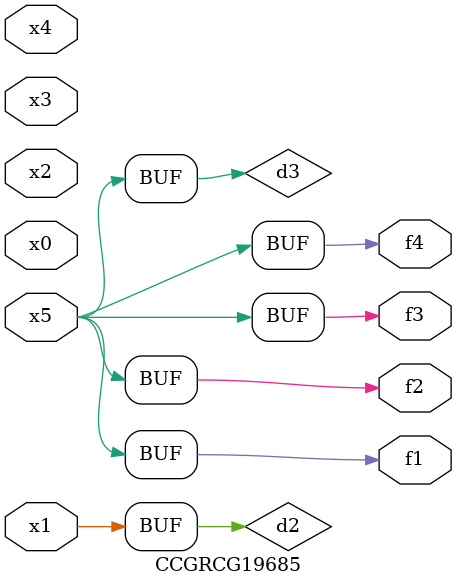
<source format=v>
module CCGRCG19685(
	input x0, x1, x2, x3, x4, x5,
	output f1, f2, f3, f4
);

	wire d1, d2, d3;

	not (d1, x5);
	or (d2, x1);
	xnor (d3, d1);
	assign f1 = d3;
	assign f2 = d3;
	assign f3 = d3;
	assign f4 = d3;
endmodule

</source>
